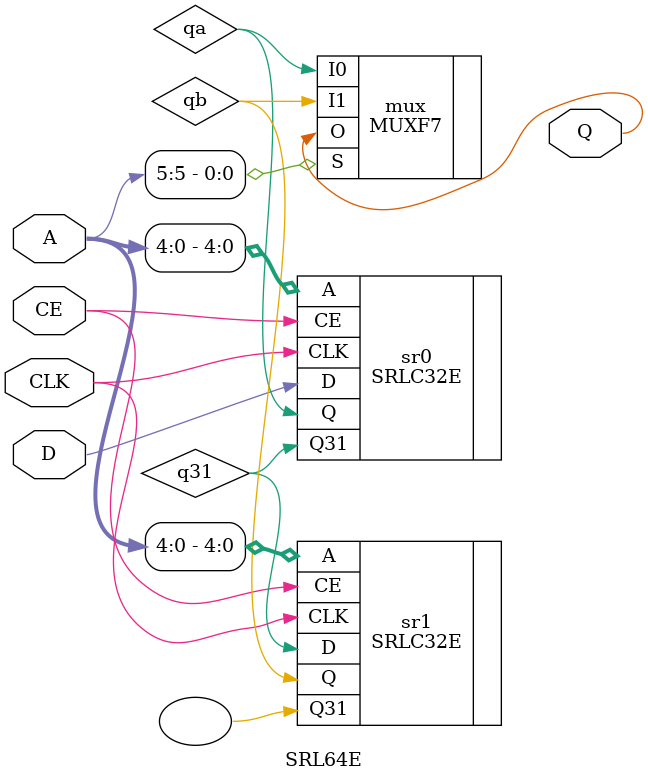
<source format=v>
module SRL64E(Q,D,A,CE,CLK);
    output Q;
    input D;
    input [5:0] A;
    input CE;
    input CLK;
// 2 shift registers and 1 multiplexer
wire q31;	// inter-SRLC32E	bit
wire qa,qb;	// SRLC32E outputs
SRLC32E sr0 (.D(D), .A(A[4:0]), .Q(qa), .Q31(q31), .CE(CE), .CLK(CLK));
SRLC32E sr1 (.D(q31), .A(A[4:0]), .Q(qb), .Q31(), .CE(CE), .CLK(CLK));
MUXF7 mux (.I0(qa), .I1(qb), .S(A[5]), .O(Q));
endmodule

</source>
